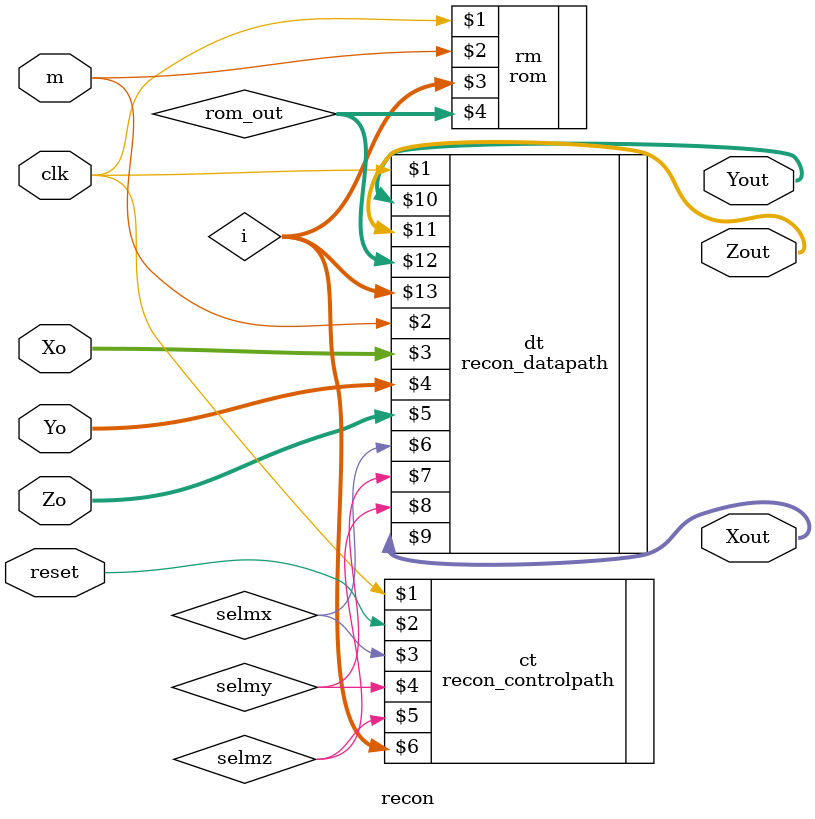
<source format=v>
`timescale 1ns / 1ps


module recon#(parameter WIDTH = 15)(
input clk,reset,m,
input [WIDTH:0] Xo, Yo ,Zo,
output [WIDTH:0] Xout , Yout , Zout
);


wire selmx,selmy,selmz;
wire [3:0]  i ;
wire [WIDTH:0] rom_out ;


recon_datapath dt(clk,m,Xo,Yo,Zo,selmx, selmy,selmz,Xout, Yout, Zout ,rom_out, i);
recon_controlpath ct(clk,reset,selmx,selmy,selmz,i);
rom rm(clk,m,i,rom_out);


endmodule

</source>
